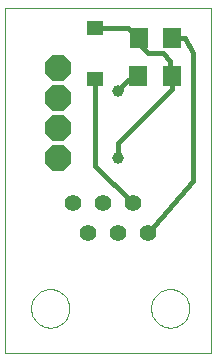
<source format=gbl>
G75*
G70*
%OFA0B0*%
%FSLAX24Y24*%
%IPPOS*%
%LPD*%
%AMOC8*
5,1,8,0,0,1.08239X$1,22.5*
%
%ADD10C,0.0000*%
%ADD11C,0.0554*%
%ADD12OC8,0.0850*%
%ADD13R,0.0630X0.0710*%
%ADD14R,0.0630X0.0709*%
%ADD15R,0.0579X0.0500*%
%ADD16C,0.0160*%
%ADD17C,0.0396*%
D10*
X000100Y001704D02*
X000100Y013200D01*
X006970Y013200D01*
X006970Y001704D01*
X000100Y001704D01*
X000960Y003204D02*
X000962Y003254D01*
X000968Y003304D01*
X000978Y003353D01*
X000991Y003402D01*
X001009Y003449D01*
X001030Y003495D01*
X001054Y003538D01*
X001082Y003580D01*
X001113Y003620D01*
X001147Y003657D01*
X001184Y003691D01*
X001224Y003722D01*
X001266Y003750D01*
X001309Y003774D01*
X001355Y003795D01*
X001402Y003813D01*
X001451Y003826D01*
X001500Y003836D01*
X001550Y003842D01*
X001600Y003844D01*
X001650Y003842D01*
X001700Y003836D01*
X001749Y003826D01*
X001798Y003813D01*
X001845Y003795D01*
X001891Y003774D01*
X001934Y003750D01*
X001976Y003722D01*
X002016Y003691D01*
X002053Y003657D01*
X002087Y003620D01*
X002118Y003580D01*
X002146Y003538D01*
X002170Y003495D01*
X002191Y003449D01*
X002209Y003402D01*
X002222Y003353D01*
X002232Y003304D01*
X002238Y003254D01*
X002240Y003204D01*
X002238Y003154D01*
X002232Y003104D01*
X002222Y003055D01*
X002209Y003006D01*
X002191Y002959D01*
X002170Y002913D01*
X002146Y002870D01*
X002118Y002828D01*
X002087Y002788D01*
X002053Y002751D01*
X002016Y002717D01*
X001976Y002686D01*
X001934Y002658D01*
X001891Y002634D01*
X001845Y002613D01*
X001798Y002595D01*
X001749Y002582D01*
X001700Y002572D01*
X001650Y002566D01*
X001600Y002564D01*
X001550Y002566D01*
X001500Y002572D01*
X001451Y002582D01*
X001402Y002595D01*
X001355Y002613D01*
X001309Y002634D01*
X001266Y002658D01*
X001224Y002686D01*
X001184Y002717D01*
X001147Y002751D01*
X001113Y002788D01*
X001082Y002828D01*
X001054Y002870D01*
X001030Y002913D01*
X001009Y002959D01*
X000991Y003006D01*
X000978Y003055D01*
X000968Y003104D01*
X000962Y003154D01*
X000960Y003204D01*
X004960Y003204D02*
X004962Y003254D01*
X004968Y003304D01*
X004978Y003353D01*
X004991Y003402D01*
X005009Y003449D01*
X005030Y003495D01*
X005054Y003538D01*
X005082Y003580D01*
X005113Y003620D01*
X005147Y003657D01*
X005184Y003691D01*
X005224Y003722D01*
X005266Y003750D01*
X005309Y003774D01*
X005355Y003795D01*
X005402Y003813D01*
X005451Y003826D01*
X005500Y003836D01*
X005550Y003842D01*
X005600Y003844D01*
X005650Y003842D01*
X005700Y003836D01*
X005749Y003826D01*
X005798Y003813D01*
X005845Y003795D01*
X005891Y003774D01*
X005934Y003750D01*
X005976Y003722D01*
X006016Y003691D01*
X006053Y003657D01*
X006087Y003620D01*
X006118Y003580D01*
X006146Y003538D01*
X006170Y003495D01*
X006191Y003449D01*
X006209Y003402D01*
X006222Y003353D01*
X006232Y003304D01*
X006238Y003254D01*
X006240Y003204D01*
X006238Y003154D01*
X006232Y003104D01*
X006222Y003055D01*
X006209Y003006D01*
X006191Y002959D01*
X006170Y002913D01*
X006146Y002870D01*
X006118Y002828D01*
X006087Y002788D01*
X006053Y002751D01*
X006016Y002717D01*
X005976Y002686D01*
X005934Y002658D01*
X005891Y002634D01*
X005845Y002613D01*
X005798Y002595D01*
X005749Y002582D01*
X005700Y002572D01*
X005650Y002566D01*
X005600Y002564D01*
X005550Y002566D01*
X005500Y002572D01*
X005451Y002582D01*
X005402Y002595D01*
X005355Y002613D01*
X005309Y002634D01*
X005266Y002658D01*
X005224Y002686D01*
X005184Y002717D01*
X005147Y002751D01*
X005113Y002788D01*
X005082Y002828D01*
X005054Y002870D01*
X005030Y002913D01*
X005009Y002959D01*
X004991Y003006D01*
X004978Y003055D01*
X004968Y003104D01*
X004962Y003154D01*
X004960Y003204D01*
D11*
X004850Y005704D03*
X004350Y006704D03*
X003850Y005704D03*
X003350Y006704D03*
X002850Y005704D03*
X002350Y006704D03*
D12*
X001850Y008204D03*
X001850Y009204D03*
X001850Y010204D03*
X001850Y011204D03*
D13*
X004540Y010954D03*
X005660Y010954D03*
D14*
X005651Y012204D03*
X004549Y012204D03*
D15*
X003100Y012550D03*
X003100Y010857D03*
D16*
X003100Y007954D01*
X004350Y006704D01*
X004850Y005704D02*
X006350Y007454D01*
X006350Y011704D01*
X006100Y012204D01*
X005651Y012204D01*
X005350Y011704D02*
X005600Y011454D01*
X005600Y011014D01*
X005660Y010954D01*
X005660Y010514D01*
X003850Y008704D01*
X003850Y008204D01*
X003850Y010454D02*
X004100Y010704D01*
X004350Y010954D01*
X004540Y010954D01*
X004850Y011704D02*
X005350Y011704D01*
X004850Y011704D02*
X004549Y012005D01*
X004549Y012204D01*
X004202Y012550D01*
X003100Y012550D01*
X004452Y012300D02*
X004549Y012204D01*
D17*
X003850Y010454D03*
X003850Y008204D03*
M02*

</source>
